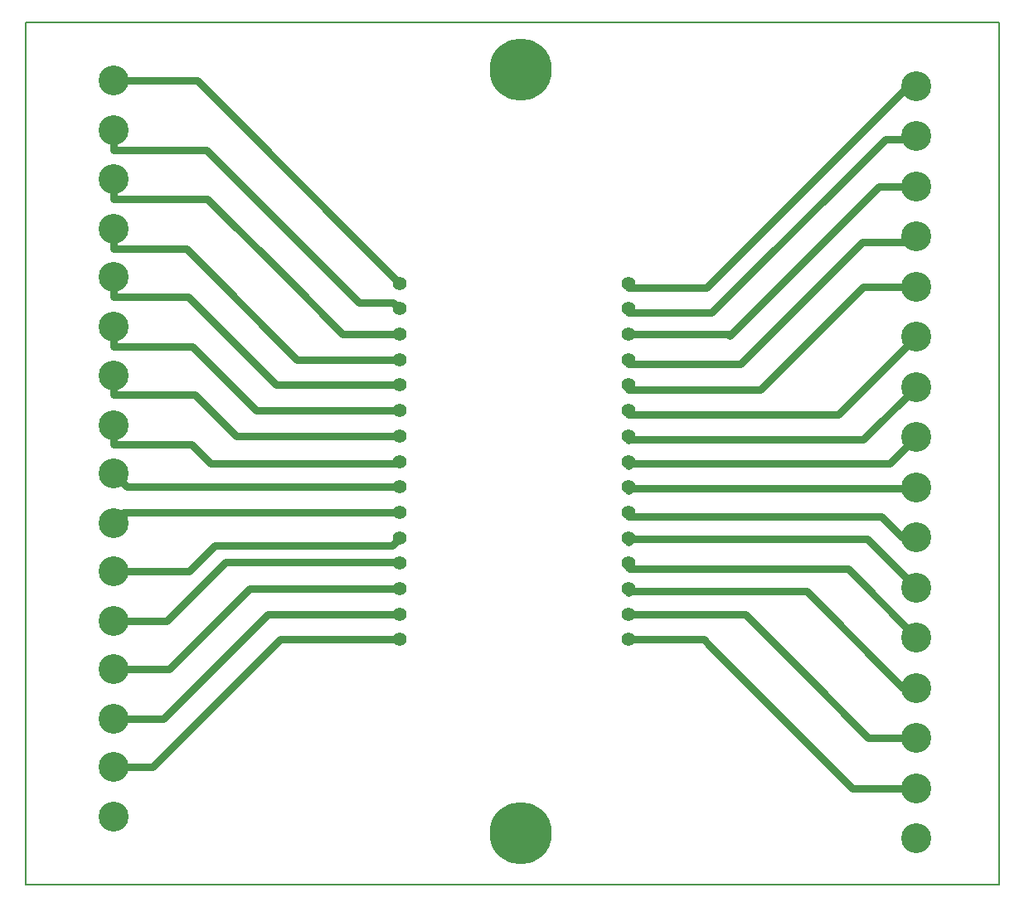
<source format=gbr>
G04 PROTEUS GERBER X2 FILE*
%TF.GenerationSoftware,Labcenter,Proteus,8.10-SP3-Build29560*%
%TF.CreationDate,2021-05-28T11:11:34+00:00*%
%TF.FileFunction,Copper,L2,Bot*%
%TF.FilePolarity,Positive*%
%TF.Part,Single*%
%TF.SameCoordinates,{0c21fc26-f907-4c27-8847-3eb6f3dc584d}*%
%FSLAX45Y45*%
%MOMM*%
G01*
%TA.AperFunction,Conductor*%
%ADD10C,0.762000*%
%TA.AperFunction,ComponentPad*%
%ADD11C,3.048000*%
%TA.AperFunction,WasherPad*%
%ADD12C,1.397000*%
%TA.AperFunction,OtherPad,Unknown*%
%ADD13C,6.350000*%
%TA.AperFunction,Profile*%
%ADD14C,0.203200*%
%TD.AperFunction*%
D10*
X-13520000Y+11340000D02*
X-13520000Y+11140000D01*
X-12568552Y+11140000D01*
X-11011987Y+9583435D01*
X-10663435Y+9583435D01*
X-10600000Y+9520000D01*
X-13520000Y+10840000D02*
X-13520000Y+10640000D01*
X-12560000Y+10640000D01*
X-11760000Y+9840000D01*
X-11180000Y+9260000D01*
X-10600000Y+9260000D01*
X-13520000Y+10332000D02*
X-13520000Y+10132000D01*
X-12778397Y+10132000D01*
X-12648888Y+10002491D01*
X-11646397Y+9000000D01*
X-10600000Y+9000000D01*
X-13520000Y+9840000D02*
X-13520000Y+9640000D01*
X-12756767Y+9640000D01*
X-12683097Y+9566330D01*
X-11856767Y+8740000D01*
X-10600000Y+8740000D01*
X-13520000Y+9332000D02*
X-13520000Y+9132000D01*
X-12719137Y+9132000D01*
X-12571919Y+8984782D01*
X-12067137Y+8480000D01*
X-10600000Y+8480000D01*
X-13520000Y+8840000D02*
X-13520000Y+8640000D01*
X-12688955Y+8640000D01*
X-12623232Y+8574277D01*
X-12268955Y+8220000D01*
X-10600000Y+8220000D01*
X-13520000Y+8332000D02*
X-13520000Y+8132000D01*
X-12719743Y+8132000D01*
X-12597575Y+8009832D01*
X-12529158Y+7941415D01*
X-10669850Y+7941415D01*
X-10600000Y+7960000D01*
X-13520000Y+7840000D02*
X-13380000Y+7700000D01*
X-10600000Y+7700000D01*
X-13520000Y+6840000D02*
X-12752110Y+6840000D01*
X-12490034Y+7102076D01*
X-10677924Y+7102076D01*
X-10600000Y+7180000D01*
X-13520000Y+6332000D02*
X-12978864Y+6332000D01*
X-12375778Y+6935086D01*
X-10615086Y+6935086D01*
X-10600000Y+6920000D01*
X-13520000Y+5840000D02*
X-12952317Y+5840000D01*
X-12867958Y+5924359D01*
X-12132317Y+6660000D01*
X-10600000Y+6660000D01*
X-13520000Y+5332000D02*
X-13012082Y+5332000D01*
X-11945121Y+6398961D01*
X-10601039Y+6398961D01*
X-10600000Y+6400000D01*
X-13520000Y+4840000D02*
X-13120000Y+4840000D01*
X-11820000Y+6140000D01*
X-10600000Y+6140000D01*
X-13520000Y+7332000D02*
X-13415945Y+7436055D01*
X-13254671Y+7436055D01*
X-10603945Y+7436055D01*
X-10600000Y+7440000D01*
X-5324000Y+11792000D02*
X-5409912Y+11792000D01*
X-7465912Y+9736000D01*
X-8260000Y+9736000D01*
X-8260000Y+9780000D01*
X-8260000Y+9520000D02*
X-8260000Y+9476000D01*
X-7413015Y+9476000D01*
X-5640165Y+11248850D01*
X-5359150Y+11248850D01*
X-5324000Y+11284000D01*
X-5324000Y+10768000D02*
X-5703816Y+10768000D01*
X-7229198Y+9242618D01*
X-7229198Y+9262078D01*
X-8257922Y+9262078D01*
X-8260000Y+9260000D01*
X-5324000Y+10260000D02*
X-5384281Y+10199719D01*
X-5873305Y+10199719D01*
X-7118763Y+8954261D01*
X-8258261Y+8954261D01*
X-8260000Y+8956000D01*
X-8260000Y+9000000D01*
X-5324000Y+9744000D02*
X-5864000Y+9744000D01*
X-6912000Y+8696000D01*
X-8260000Y+8696000D01*
X-8260000Y+8740000D01*
X-5324000Y+9236000D02*
X-6121101Y+8438899D01*
X-6130986Y+8438899D01*
X-8257101Y+8438899D01*
X-8260000Y+8436000D01*
X-8260000Y+8480000D01*
X-5324000Y+8720000D02*
X-5862782Y+8181218D01*
X-5891711Y+8181218D01*
X-8254782Y+8181218D01*
X-8260000Y+8176000D01*
X-8260000Y+8220000D01*
X-5324000Y+8212000D02*
X-5594057Y+7941943D01*
X-5934658Y+7941943D01*
X-8234057Y+7941943D01*
X-8260000Y+7916000D01*
X-8260000Y+7960000D01*
X-5324000Y+7696000D02*
X-5335739Y+7684261D01*
X-5769005Y+7684261D01*
X-8231739Y+7684261D01*
X-8260000Y+7656000D01*
X-8260000Y+7700000D01*
X-5324000Y+7188000D02*
X-5469072Y+7188000D01*
X-5676976Y+7395904D01*
X-8259904Y+7395904D01*
X-8260000Y+7396000D01*
X-8260000Y+7440000D01*
X-5324000Y+6672000D02*
X-5822518Y+7170518D01*
X-6184000Y+7170518D01*
X-8225482Y+7170518D01*
X-8260000Y+7136000D01*
X-8260000Y+7180000D01*
X-5324000Y+6164000D02*
X-6020074Y+6860074D01*
X-6466222Y+6860074D01*
X-8244074Y+6860074D01*
X-8260000Y+6876000D01*
X-8260000Y+6920000D01*
X-5324000Y+5648000D02*
X-5455555Y+5648000D01*
X-6441851Y+6634296D01*
X-8241704Y+6634296D01*
X-8260000Y+6616000D01*
X-8260000Y+6660000D01*
X-13520000Y+11848000D02*
X-12668000Y+11848000D01*
X-10600000Y+9780000D01*
X-8260000Y+6400000D02*
X-7071287Y+6400000D01*
X-6499735Y+5828448D01*
X-5811287Y+5140000D01*
X-5324000Y+5140000D01*
X-8260000Y+6140000D02*
X-7490298Y+6140000D01*
X-7430231Y+6079933D01*
X-5974298Y+4624000D01*
X-5324000Y+4624000D01*
D11*
X-5324000Y+11792000D03*
X-5324000Y+11284000D03*
X-5324000Y+10768000D03*
X-5324000Y+10260000D03*
X-5324000Y+9744000D03*
X-5324000Y+9236000D03*
X-5324000Y+8720000D03*
X-5324000Y+8212000D03*
X-5324000Y+7696000D03*
X-5324000Y+7188000D03*
X-5324000Y+6672000D03*
X-5324000Y+6164000D03*
X-5324000Y+5648000D03*
X-5324000Y+5140000D03*
X-5324000Y+4624000D03*
X-5324000Y+4116000D03*
D12*
X-10600000Y+9780000D03*
X-10600000Y+9520000D03*
X-10600000Y+9260000D03*
X-10600000Y+9000000D03*
X-10600000Y+8740000D03*
X-10600000Y+8480000D03*
X-10600000Y+8220000D03*
X-10600000Y+7960000D03*
X-10600000Y+7700000D03*
X-10600000Y+7440000D03*
X-10600000Y+7180000D03*
X-10600000Y+6920000D03*
X-10600000Y+6660000D03*
X-10600000Y+6400000D03*
X-10600000Y+6140000D03*
X-8260000Y+9780000D03*
X-8260000Y+9520000D03*
X-8260000Y+9260000D03*
X-8260000Y+9000000D03*
X-8260000Y+8740000D03*
X-8260000Y+8480000D03*
X-8260000Y+8220000D03*
X-8260000Y+7960000D03*
X-8260000Y+7700000D03*
X-8260000Y+7440000D03*
X-8260000Y+7180000D03*
X-8260000Y+6920000D03*
X-8260000Y+6660000D03*
X-8260000Y+6400000D03*
X-8260000Y+6140000D03*
D11*
X-13520000Y+11848000D03*
X-13520000Y+11340000D03*
X-13520000Y+10840000D03*
X-13520000Y+10332000D03*
X-13520000Y+9840000D03*
X-13520000Y+9332000D03*
X-13520000Y+8840000D03*
X-13520000Y+8332000D03*
X-13520000Y+7840000D03*
X-13520000Y+7332000D03*
X-13520000Y+6840000D03*
X-13520000Y+6332000D03*
X-13520000Y+5840000D03*
X-13520000Y+5332000D03*
X-13520000Y+4840000D03*
X-13520000Y+4332000D03*
D13*
X-9360000Y+11960000D03*
X-9360000Y+4160000D03*
D14*
X-14420000Y+3640000D02*
X-4480000Y+3640000D01*
X-4480000Y+12440000D01*
X-14420000Y+12440000D01*
X-14420000Y+3640000D01*
M02*

</source>
